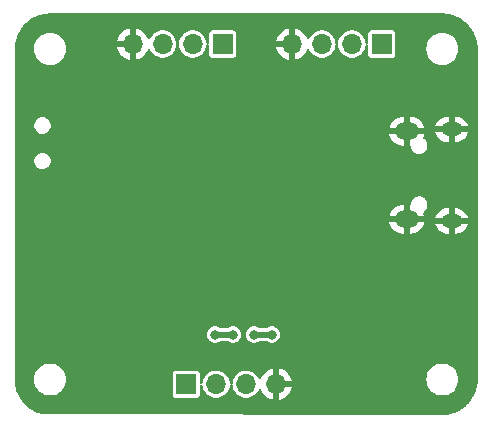
<source format=gbr>
%TF.GenerationSoftware,KiCad,Pcbnew,7.0.8*%
%TF.CreationDate,2025-06-01T22:45:16-07:00*%
%TF.ProjectId,ohm_project,6f686d5f-7072-46f6-9a65-63742e6b6963,rev?*%
%TF.SameCoordinates,Original*%
%TF.FileFunction,Copper,L2,Bot*%
%TF.FilePolarity,Positive*%
%FSLAX46Y46*%
G04 Gerber Fmt 4.6, Leading zero omitted, Abs format (unit mm)*
G04 Created by KiCad (PCBNEW 7.0.8) date 2025-06-01 22:45:16*
%MOMM*%
%LPD*%
G01*
G04 APERTURE LIST*
%TA.AperFunction,ComponentPad*%
%ADD10O,1.800000X1.150000*%
%TD*%
%TA.AperFunction,ComponentPad*%
%ADD11O,2.000000X1.450000*%
%TD*%
%TA.AperFunction,ComponentPad*%
%ADD12R,1.700000X1.700000*%
%TD*%
%TA.AperFunction,ComponentPad*%
%ADD13O,1.700000X1.700000*%
%TD*%
%TA.AperFunction,ViaPad*%
%ADD14C,0.800000*%
%TD*%
%TA.AperFunction,ViaPad*%
%ADD15C,0.700000*%
%TD*%
%TA.AperFunction,Conductor*%
%ADD16C,0.500000*%
%TD*%
G04 APERTURE END LIST*
D10*
%TO.P,U3,6,Shield*%
%TO.N,GND*%
X178995000Y-50625000D03*
D11*
X175195000Y-50775000D03*
X175195000Y-58225000D03*
D10*
X178995000Y-58375000D03*
%TD*%
D12*
%TO.P,J1,1,Pin_1*%
%TO.N,+3.3V*%
X173080000Y-43400000D03*
D13*
%TO.P,J1,2,Pin_2*%
%TO.N,/SWDIO*%
X170540000Y-43400000D03*
%TO.P,J1,3,Pin_3*%
%TO.N,/SWCLK*%
X168000000Y-43400000D03*
%TO.P,J1,4,Pin_4*%
%TO.N,GND*%
X165460000Y-43400000D03*
%TD*%
D12*
%TO.P,J3,1,Pin_1*%
%TO.N,+3.3V*%
X156520000Y-72200000D03*
D13*
%TO.P,J3,2,Pin_2*%
%TO.N,/I2C2_SCL*%
X159060000Y-72200000D03*
%TO.P,J3,3,Pin_3*%
%TO.N,/I2C2_SDA*%
X161600000Y-72200000D03*
%TO.P,J3,4,Pin_4*%
%TO.N,GND*%
X164140000Y-72200000D03*
%TD*%
D12*
%TO.P,J2,1,Pin_1*%
%TO.N,+3.3V*%
X159600000Y-43400000D03*
D13*
%TO.P,J2,2,Pin_2*%
%TO.N,/UART1_TX*%
X157060000Y-43400000D03*
%TO.P,J2,3,Pin_3*%
%TO.N,/UART1_RX*%
X154520000Y-43400000D03*
%TO.P,J2,4,Pin_4*%
%TO.N,GND*%
X151980000Y-43400000D03*
%TD*%
D14*
%TO.N,GND*%
X158400000Y-53700000D03*
D15*
X168000000Y-54000000D03*
D14*
X179000000Y-61200000D03*
X150000000Y-43400000D03*
X163000000Y-43400000D03*
X176800000Y-53200000D03*
X151200000Y-51400000D03*
X149600000Y-56400000D03*
X166000000Y-72750000D03*
X146500000Y-48250000D03*
X152750000Y-51500000D03*
X151500000Y-59500000D03*
X151500000Y-64250000D03*
%TO.N,+3.3V*%
X160469500Y-68000000D03*
X158970500Y-68000000D03*
X162250000Y-68000000D03*
X163749500Y-68000000D03*
%TO.N,GND*%
X172000000Y-65000000D03*
X173000000Y-65000000D03*
X171000000Y-61000000D03*
X159750000Y-62000000D03*
X171000000Y-59750000D03*
X162750000Y-58500000D03*
X153750000Y-54890500D03*
X157750000Y-56750000D03*
X155250000Y-50000000D03*
%TD*%
D16*
%TO.N,+3.3V*%
X160469500Y-68000000D02*
X158970500Y-68000000D01*
X163749500Y-68000000D02*
X162250000Y-68000000D01*
%TD*%
%TA.AperFunction,Conductor*%
%TO.N,GND*%
G36*
X178201619Y-40800584D02*
G01*
X178333628Y-40807503D01*
X178517027Y-40817803D01*
X178523212Y-40818465D01*
X178675647Y-40842608D01*
X178838194Y-40870226D01*
X178843811Y-40871453D01*
X178996693Y-40912418D01*
X179089122Y-40939046D01*
X179151724Y-40957082D01*
X179156759Y-40958769D01*
X179306183Y-41016127D01*
X179454007Y-41077358D01*
X179458412Y-41079388D01*
X179524180Y-41112899D01*
X179601921Y-41152511D01*
X179677428Y-41194241D01*
X179741480Y-41229641D01*
X179745215Y-41231882D01*
X179819487Y-41280115D01*
X179880872Y-41319980D01*
X179968357Y-41382053D01*
X180010764Y-41412142D01*
X180013886Y-41414510D01*
X180138748Y-41515621D01*
X180141034Y-41517567D01*
X180258721Y-41622738D01*
X180261248Y-41625128D01*
X180374870Y-41738750D01*
X180377260Y-41741277D01*
X180482431Y-41858964D01*
X180484385Y-41861260D01*
X180585480Y-41986102D01*
X180587862Y-41989243D01*
X180680019Y-42119127D01*
X180733758Y-42201875D01*
X180768106Y-42254767D01*
X180770364Y-42258531D01*
X180847488Y-42398078D01*
X180920604Y-42541575D01*
X180922643Y-42545997D01*
X180983877Y-42693829D01*
X181041221Y-42843217D01*
X181042916Y-42848273D01*
X181087579Y-43003297D01*
X181128541Y-43156171D01*
X181129778Y-43161835D01*
X181157394Y-43324369D01*
X181181530Y-43476758D01*
X181182196Y-43482985D01*
X181192509Y-43666617D01*
X181199415Y-43798377D01*
X181199500Y-43801623D01*
X181199500Y-71996280D01*
X181199062Y-72003638D01*
X181189102Y-72086990D01*
X181183653Y-72132593D01*
X181161060Y-72315837D01*
X181159981Y-72322005D01*
X181125701Y-72472726D01*
X181087230Y-72633496D01*
X181085619Y-72639065D01*
X181034481Y-72789164D01*
X180979469Y-72941253D01*
X180977441Y-72946186D01*
X180910150Y-73091727D01*
X180839030Y-73235533D01*
X180836702Y-73239809D01*
X180754052Y-73378382D01*
X180667591Y-73512839D01*
X180665077Y-73516458D01*
X180567987Y-73646175D01*
X180467136Y-73769956D01*
X180464550Y-73772932D01*
X180355140Y-73891026D01*
X180353039Y-73893186D01*
X180240011Y-74003873D01*
X180237458Y-74006236D01*
X180116253Y-74112291D01*
X180113572Y-74114507D01*
X179988854Y-74211847D01*
X179986434Y-74213644D01*
X179854881Y-74306396D01*
X179851589Y-74308564D01*
X179715507Y-74392097D01*
X179574040Y-74471113D01*
X179570120Y-74473123D01*
X179425393Y-74540963D01*
X179277053Y-74604498D01*
X179272505Y-74606238D01*
X179120560Y-74657628D01*
X178967363Y-74705009D01*
X178962204Y-74706365D01*
X178870080Y-74726379D01*
X178816800Y-74737955D01*
X178804156Y-74740701D01*
X178784150Y-74744658D01*
X178648602Y-74771462D01*
X178642868Y-74772320D01*
X178478353Y-74789114D01*
X178402947Y-74795958D01*
X178397261Y-74796211D01*
X144472070Y-74753431D01*
X144447631Y-74750967D01*
X144383331Y-74737955D01*
X144224054Y-74702768D01*
X144218739Y-74701344D01*
X144062993Y-74652113D01*
X143909820Y-74599474D01*
X143905103Y-74597634D01*
X143754656Y-74531768D01*
X143608883Y-74462318D01*
X143604787Y-74460176D01*
X143461652Y-74378383D01*
X143324812Y-74292932D01*
X143321361Y-74290612D01*
X143188528Y-74194643D01*
X143186270Y-74192931D01*
X143061091Y-74093388D01*
X143058234Y-74090972D01*
X142936299Y-73981377D01*
X142933922Y-73979124D01*
X142820873Y-73866075D01*
X142818621Y-73863699D01*
X142709026Y-73741764D01*
X142706610Y-73738907D01*
X142632869Y-73646175D01*
X142607055Y-73613712D01*
X142605366Y-73611485D01*
X142509378Y-73478625D01*
X142507066Y-73475186D01*
X142421612Y-73338340D01*
X142406172Y-73311321D01*
X142339821Y-73195210D01*
X142337698Y-73191151D01*
X142268235Y-73045353D01*
X142202355Y-72894874D01*
X142200532Y-72890199D01*
X142147886Y-72737006D01*
X142145525Y-72729537D01*
X142098649Y-72581246D01*
X142097229Y-72575943D01*
X142075554Y-72477828D01*
X142062055Y-72416721D01*
X142029952Y-72258089D01*
X142029063Y-72252266D01*
X142011847Y-72087053D01*
X141997109Y-71929334D01*
X141996844Y-71922977D01*
X141998046Y-71800000D01*
X143644341Y-71800000D01*
X143664936Y-72035403D01*
X143664938Y-72035413D01*
X143726094Y-72263655D01*
X143726096Y-72263659D01*
X143726097Y-72263663D01*
X143752887Y-72321113D01*
X143825964Y-72477828D01*
X143825965Y-72477830D01*
X143961505Y-72671402D01*
X144128597Y-72838494D01*
X144322169Y-72974034D01*
X144322171Y-72974035D01*
X144536337Y-73073903D01*
X144764592Y-73135063D01*
X144941034Y-73150500D01*
X145058966Y-73150500D01*
X145235408Y-73135063D01*
X145385464Y-73094856D01*
X155369500Y-73094856D01*
X155369502Y-73094882D01*
X155372413Y-73119987D01*
X155372415Y-73119991D01*
X155417793Y-73222764D01*
X155417794Y-73222765D01*
X155497235Y-73302206D01*
X155600009Y-73347585D01*
X155625135Y-73350500D01*
X157414864Y-73350499D01*
X157414879Y-73350497D01*
X157414882Y-73350497D01*
X157439987Y-73347586D01*
X157439988Y-73347585D01*
X157439991Y-73347585D01*
X157542765Y-73302206D01*
X157622206Y-73222765D01*
X157667585Y-73119991D01*
X157670500Y-73094865D01*
X157670499Y-72356046D01*
X157690183Y-72289009D01*
X157742987Y-72243254D01*
X157812146Y-72233310D01*
X157875702Y-72262335D01*
X157913476Y-72321113D01*
X157917970Y-72344606D01*
X157922854Y-72397308D01*
X157924244Y-72412310D01*
X157970802Y-72575943D01*
X157982596Y-72617392D01*
X157982596Y-72617394D01*
X158077632Y-72808253D01*
X158202826Y-72974035D01*
X158206128Y-72978407D01*
X158363698Y-73122052D01*
X158544981Y-73234298D01*
X158743802Y-73311321D01*
X158953390Y-73350500D01*
X158953392Y-73350500D01*
X159166608Y-73350500D01*
X159166610Y-73350500D01*
X159376198Y-73311321D01*
X159575019Y-73234298D01*
X159756302Y-73122052D01*
X159913872Y-72978407D01*
X160042366Y-72808255D01*
X160060850Y-72771134D01*
X160137403Y-72617394D01*
X160137403Y-72617393D01*
X160137405Y-72617389D01*
X160195756Y-72412310D01*
X160206529Y-72296047D01*
X160232315Y-72231111D01*
X160274622Y-72200804D01*
X160383130Y-72200804D01*
X160419503Y-72221668D01*
X160451693Y-72283681D01*
X160453470Y-72296047D01*
X160464244Y-72412310D01*
X160510802Y-72575943D01*
X160522596Y-72617392D01*
X160522596Y-72617394D01*
X160617632Y-72808253D01*
X160742826Y-72974035D01*
X160746128Y-72978407D01*
X160903698Y-73122052D01*
X161084981Y-73234298D01*
X161283802Y-73311321D01*
X161493390Y-73350500D01*
X161493392Y-73350500D01*
X161706608Y-73350500D01*
X161706610Y-73350500D01*
X161916198Y-73311321D01*
X162115019Y-73234298D01*
X162296302Y-73122052D01*
X162453872Y-72978407D01*
X162582366Y-72808255D01*
X162649325Y-72673781D01*
X162696825Y-72622548D01*
X162764488Y-72605126D01*
X162830828Y-72627051D01*
X162872705Y-72676651D01*
X162966399Y-72877578D01*
X163101894Y-73071082D01*
X163268917Y-73238105D01*
X163462421Y-73373600D01*
X163676507Y-73473429D01*
X163676516Y-73473433D01*
X163890000Y-73530634D01*
X163890000Y-72635501D01*
X163997685Y-72684680D01*
X164104237Y-72700000D01*
X164175763Y-72700000D01*
X164282315Y-72684680D01*
X164390000Y-72635501D01*
X164390000Y-73530633D01*
X164603483Y-73473433D01*
X164603492Y-73473429D01*
X164817578Y-73373600D01*
X165011082Y-73238105D01*
X165178105Y-73071082D01*
X165313600Y-72877578D01*
X165413429Y-72663492D01*
X165413432Y-72663486D01*
X165470636Y-72450000D01*
X164573686Y-72450000D01*
X164599493Y-72409844D01*
X164640000Y-72271889D01*
X164640000Y-72128111D01*
X164599493Y-71990156D01*
X164573686Y-71950000D01*
X165470636Y-71950000D01*
X165470635Y-71949999D01*
X165430443Y-71800000D01*
X176844341Y-71800000D01*
X176864936Y-72035403D01*
X176864938Y-72035413D01*
X176926094Y-72263655D01*
X176926096Y-72263659D01*
X176926097Y-72263663D01*
X176952887Y-72321113D01*
X177025964Y-72477828D01*
X177025965Y-72477830D01*
X177161505Y-72671402D01*
X177328597Y-72838494D01*
X177522169Y-72974034D01*
X177522171Y-72974035D01*
X177736337Y-73073903D01*
X177964592Y-73135063D01*
X178141034Y-73150500D01*
X178258966Y-73150500D01*
X178435408Y-73135063D01*
X178663663Y-73073903D01*
X178877829Y-72974035D01*
X179071401Y-72838495D01*
X179238495Y-72671401D01*
X179374035Y-72477830D01*
X179473903Y-72263663D01*
X179535063Y-72035408D01*
X179555659Y-71800000D01*
X179553447Y-71774723D01*
X179538170Y-71600103D01*
X179535063Y-71564592D01*
X179473903Y-71336337D01*
X179374035Y-71122171D01*
X179374034Y-71122169D01*
X179238494Y-70928597D01*
X179071402Y-70761505D01*
X178877830Y-70625965D01*
X178877828Y-70625964D01*
X178770746Y-70576031D01*
X178663663Y-70526097D01*
X178663659Y-70526096D01*
X178663655Y-70526094D01*
X178435413Y-70464938D01*
X178435403Y-70464936D01*
X178258966Y-70449500D01*
X178141034Y-70449500D01*
X177964596Y-70464936D01*
X177964586Y-70464938D01*
X177736344Y-70526094D01*
X177736335Y-70526098D01*
X177522171Y-70625964D01*
X177522169Y-70625965D01*
X177328597Y-70761505D01*
X177161506Y-70928597D01*
X177161501Y-70928604D01*
X177025967Y-71122165D01*
X177025965Y-71122169D01*
X176926098Y-71336335D01*
X176926094Y-71336344D01*
X176864938Y-71564586D01*
X176864936Y-71564596D01*
X176844341Y-71799999D01*
X176844341Y-71800000D01*
X165430443Y-71800000D01*
X165413432Y-71736513D01*
X165413429Y-71736507D01*
X165313600Y-71522422D01*
X165313599Y-71522420D01*
X165178113Y-71328926D01*
X165178108Y-71328920D01*
X165011082Y-71161894D01*
X164817578Y-71026399D01*
X164603492Y-70926570D01*
X164603486Y-70926567D01*
X164390000Y-70869364D01*
X164390000Y-71764498D01*
X164282315Y-71715320D01*
X164175763Y-71700000D01*
X164104237Y-71700000D01*
X163997685Y-71715320D01*
X163890000Y-71764498D01*
X163890000Y-70869364D01*
X163889999Y-70869364D01*
X163676513Y-70926567D01*
X163676507Y-70926570D01*
X163462422Y-71026399D01*
X163462420Y-71026400D01*
X163268926Y-71161886D01*
X163268920Y-71161891D01*
X163101891Y-71328920D01*
X163101886Y-71328926D01*
X162966400Y-71522420D01*
X162966399Y-71522422D01*
X162872705Y-71723348D01*
X162826532Y-71775787D01*
X162759339Y-71794939D01*
X162692457Y-71774723D01*
X162649324Y-71726216D01*
X162582366Y-71591745D01*
X162561856Y-71564586D01*
X162453872Y-71421593D01*
X162296302Y-71277948D01*
X162115019Y-71165702D01*
X162115017Y-71165701D01*
X162015608Y-71127190D01*
X161916198Y-71088679D01*
X161706610Y-71049500D01*
X161493390Y-71049500D01*
X161283802Y-71088679D01*
X161283799Y-71088679D01*
X161283799Y-71088680D01*
X161084982Y-71165701D01*
X161084980Y-71165702D01*
X160903699Y-71277947D01*
X160746127Y-71421593D01*
X160617632Y-71591746D01*
X160522596Y-71782605D01*
X160522596Y-71782607D01*
X160464244Y-71987689D01*
X160453471Y-72103951D01*
X160427685Y-72168888D01*
X160383130Y-72200804D01*
X160274622Y-72200804D01*
X160276869Y-72199194D01*
X160240497Y-72178331D01*
X160208307Y-72116318D01*
X160206529Y-72103951D01*
X160203175Y-72067759D01*
X160195756Y-71987690D01*
X160137405Y-71782611D01*
X160137403Y-71782606D01*
X160137403Y-71782605D01*
X160042367Y-71591746D01*
X159913872Y-71421593D01*
X159756302Y-71277948D01*
X159575019Y-71165702D01*
X159575017Y-71165701D01*
X159475608Y-71127190D01*
X159376198Y-71088679D01*
X159166610Y-71049500D01*
X158953390Y-71049500D01*
X158743802Y-71088679D01*
X158743799Y-71088679D01*
X158743799Y-71088680D01*
X158544982Y-71165701D01*
X158544980Y-71165702D01*
X158363699Y-71277947D01*
X158206127Y-71421593D01*
X158077632Y-71591746D01*
X157982596Y-71782605D01*
X157982596Y-71782607D01*
X157924244Y-71987689D01*
X157917970Y-72055394D01*
X157892183Y-72120331D01*
X157835383Y-72161018D01*
X157765602Y-72164538D01*
X157704995Y-72129772D01*
X157672806Y-72067759D01*
X157670499Y-72043952D01*
X157670499Y-71305143D01*
X157670499Y-71305136D01*
X157670497Y-71305117D01*
X157667586Y-71280012D01*
X157667585Y-71280010D01*
X157667585Y-71280009D01*
X157622206Y-71177235D01*
X157542765Y-71097794D01*
X157522124Y-71088680D01*
X157439992Y-71052415D01*
X157414865Y-71049500D01*
X155625143Y-71049500D01*
X155625117Y-71049502D01*
X155600012Y-71052413D01*
X155600008Y-71052415D01*
X155497235Y-71097793D01*
X155417794Y-71177234D01*
X155372415Y-71280006D01*
X155372415Y-71280008D01*
X155369500Y-71305131D01*
X155369500Y-73094856D01*
X145385464Y-73094856D01*
X145463663Y-73073903D01*
X145677829Y-72974035D01*
X145871401Y-72838495D01*
X146038495Y-72671401D01*
X146174035Y-72477830D01*
X146273903Y-72263663D01*
X146335063Y-72035408D01*
X146355659Y-71800000D01*
X146353447Y-71774723D01*
X146338170Y-71600103D01*
X146335063Y-71564592D01*
X146273903Y-71336337D01*
X146174035Y-71122171D01*
X146174034Y-71122169D01*
X146038494Y-70928597D01*
X145871402Y-70761505D01*
X145677830Y-70625965D01*
X145677828Y-70625964D01*
X145570746Y-70576031D01*
X145463663Y-70526097D01*
X145463659Y-70526096D01*
X145463655Y-70526094D01*
X145235413Y-70464938D01*
X145235403Y-70464936D01*
X145058966Y-70449500D01*
X144941034Y-70449500D01*
X144764596Y-70464936D01*
X144764586Y-70464938D01*
X144536344Y-70526094D01*
X144536335Y-70526098D01*
X144322171Y-70625964D01*
X144322169Y-70625965D01*
X144128597Y-70761505D01*
X143961506Y-70928597D01*
X143961501Y-70928604D01*
X143825967Y-71122165D01*
X143825965Y-71122169D01*
X143726098Y-71336335D01*
X143726094Y-71336344D01*
X143664938Y-71564586D01*
X143664936Y-71564596D01*
X143644341Y-71799999D01*
X143644341Y-71800000D01*
X141998046Y-71800000D01*
X141998625Y-71740708D01*
X142000316Y-71613700D01*
X142000500Y-71612220D01*
X142000500Y-71602072D01*
X142000636Y-71597972D01*
X142002350Y-71572087D01*
X142001617Y-71570444D01*
X142000500Y-71553840D01*
X142000500Y-68000000D01*
X158264855Y-68000000D01*
X158285359Y-68168869D01*
X158285360Y-68168874D01*
X158345682Y-68327931D01*
X158407975Y-68418177D01*
X158442317Y-68467929D01*
X158535521Y-68550500D01*
X158569650Y-68580736D01*
X158720273Y-68659789D01*
X158720275Y-68659790D01*
X158885444Y-68700500D01*
X159055556Y-68700500D01*
X159220725Y-68659790D01*
X159310047Y-68612909D01*
X159371345Y-68580738D01*
X159371346Y-68580736D01*
X159371352Y-68580734D01*
X159371356Y-68580730D01*
X159377520Y-68576476D01*
X159378460Y-68577839D01*
X159433511Y-68551963D01*
X159452506Y-68550500D01*
X159987494Y-68550500D01*
X160054533Y-68570185D01*
X160066574Y-68579302D01*
X160068654Y-68580738D01*
X160219273Y-68659789D01*
X160219275Y-68659790D01*
X160384444Y-68700500D01*
X160554556Y-68700500D01*
X160719725Y-68659790D01*
X160799192Y-68618081D01*
X160870349Y-68580736D01*
X160870350Y-68580734D01*
X160870352Y-68580734D01*
X160997683Y-68467929D01*
X161094318Y-68327930D01*
X161154640Y-68168872D01*
X161175145Y-68000000D01*
X161544355Y-68000000D01*
X161564859Y-68168869D01*
X161564860Y-68168874D01*
X161625182Y-68327931D01*
X161687475Y-68418177D01*
X161721817Y-68467929D01*
X161815021Y-68550500D01*
X161849150Y-68580736D01*
X161999773Y-68659789D01*
X161999775Y-68659790D01*
X162164944Y-68700500D01*
X162335056Y-68700500D01*
X162500225Y-68659790D01*
X162589547Y-68612909D01*
X162650845Y-68580738D01*
X162650846Y-68580736D01*
X162650852Y-68580734D01*
X162650856Y-68580730D01*
X162657020Y-68576476D01*
X162657960Y-68577839D01*
X162713011Y-68551963D01*
X162732006Y-68550500D01*
X163267494Y-68550500D01*
X163334533Y-68570185D01*
X163346574Y-68579302D01*
X163348654Y-68580738D01*
X163499273Y-68659789D01*
X163499275Y-68659790D01*
X163664444Y-68700500D01*
X163834556Y-68700500D01*
X163999725Y-68659790D01*
X164079192Y-68618081D01*
X164150349Y-68580736D01*
X164150350Y-68580734D01*
X164150352Y-68580734D01*
X164277683Y-68467929D01*
X164374318Y-68327930D01*
X164434640Y-68168872D01*
X164455145Y-68000000D01*
X164434640Y-67831128D01*
X164374318Y-67672070D01*
X164277683Y-67532071D01*
X164182816Y-67448026D01*
X164150349Y-67419263D01*
X163999726Y-67340210D01*
X163834556Y-67299500D01*
X163664444Y-67299500D01*
X163499273Y-67340210D01*
X163348654Y-67419261D01*
X163342480Y-67423524D01*
X163341539Y-67422160D01*
X163286489Y-67448037D01*
X163267494Y-67449500D01*
X162732006Y-67449500D01*
X162664967Y-67429815D01*
X162652925Y-67420697D01*
X162650845Y-67419261D01*
X162500226Y-67340210D01*
X162335056Y-67299500D01*
X162164944Y-67299500D01*
X161999773Y-67340210D01*
X161849150Y-67419263D01*
X161721816Y-67532072D01*
X161625182Y-67672068D01*
X161564860Y-67831125D01*
X161564859Y-67831130D01*
X161544355Y-68000000D01*
X161175145Y-68000000D01*
X161154640Y-67831128D01*
X161094318Y-67672070D01*
X160997683Y-67532071D01*
X160902816Y-67448026D01*
X160870349Y-67419263D01*
X160719726Y-67340210D01*
X160554556Y-67299500D01*
X160384444Y-67299500D01*
X160219273Y-67340210D01*
X160068654Y-67419261D01*
X160062480Y-67423524D01*
X160061539Y-67422160D01*
X160006489Y-67448037D01*
X159987494Y-67449500D01*
X159452506Y-67449500D01*
X159385467Y-67429815D01*
X159373425Y-67420697D01*
X159371345Y-67419261D01*
X159220726Y-67340210D01*
X159055556Y-67299500D01*
X158885444Y-67299500D01*
X158720273Y-67340210D01*
X158569650Y-67419263D01*
X158442316Y-67532072D01*
X158345682Y-67672068D01*
X158285360Y-67831125D01*
X158285359Y-67831130D01*
X158264855Y-68000000D01*
X142000500Y-68000000D01*
X142000500Y-58475000D01*
X173717678Y-58475000D01*
X173720887Y-58498693D01*
X173789025Y-58708401D01*
X173893514Y-58902573D01*
X173893516Y-58902576D01*
X174030995Y-59074970D01*
X174197052Y-59220050D01*
X174197054Y-59220052D01*
X174386337Y-59333144D01*
X174386345Y-59333148D01*
X174592787Y-59410627D01*
X174809744Y-59450000D01*
X174945000Y-59450000D01*
X174945000Y-58650000D01*
X175445000Y-58650000D01*
X175445000Y-59450000D01*
X175525004Y-59450000D01*
X175525006Y-59449999D01*
X175689617Y-59435185D01*
X175902162Y-59376527D01*
X175902177Y-59376521D01*
X176100834Y-59280853D01*
X176100841Y-59280849D01*
X176279226Y-59151245D01*
X176279234Y-59151239D01*
X176431612Y-58991863D01*
X176553090Y-58807833D01*
X176639750Y-58605083D01*
X176639753Y-58605072D01*
X176669442Y-58475000D01*
X175819607Y-58475000D01*
X175879238Y-58357969D01*
X175900298Y-58225000D01*
X175884460Y-58125000D01*
X177619889Y-58125000D01*
X178549163Y-58125000D01*
X178471736Y-58176736D01*
X178410955Y-58267700D01*
X178389612Y-58375000D01*
X178410955Y-58482300D01*
X178471736Y-58573264D01*
X178549163Y-58625000D01*
X177624468Y-58625000D01*
X177649503Y-58728195D01*
X177734787Y-58914943D01*
X177734789Y-58914947D01*
X177853870Y-59082173D01*
X177853875Y-59082179D01*
X178002456Y-59223851D01*
X178175165Y-59334844D01*
X178365761Y-59411147D01*
X178567349Y-59450000D01*
X178745000Y-59450000D01*
X178745000Y-58650000D01*
X179245000Y-58650000D01*
X179245000Y-59450000D01*
X179371205Y-59450000D01*
X179524370Y-59435374D01*
X179524374Y-59435373D01*
X179721351Y-59377536D01*
X179903837Y-59283458D01*
X180065206Y-59156555D01*
X180065209Y-59156551D01*
X180199654Y-59001395D01*
X180302300Y-58823606D01*
X180369449Y-58629595D01*
X180370111Y-58625000D01*
X179440837Y-58625000D01*
X179518264Y-58573264D01*
X179579045Y-58482300D01*
X179600388Y-58375000D01*
X179579045Y-58267700D01*
X179518264Y-58176736D01*
X179440837Y-58125000D01*
X180365532Y-58125000D01*
X180365531Y-58124999D01*
X180340496Y-58021804D01*
X180255212Y-57835056D01*
X180255210Y-57835052D01*
X180136129Y-57667826D01*
X180136124Y-57667820D01*
X179987543Y-57526148D01*
X179814834Y-57415155D01*
X179624238Y-57338852D01*
X179422651Y-57300000D01*
X179245000Y-57300000D01*
X179245000Y-58100000D01*
X178745000Y-58100000D01*
X178745000Y-57300000D01*
X178618795Y-57300000D01*
X178465629Y-57314625D01*
X178465625Y-57314626D01*
X178268648Y-57372463D01*
X178086162Y-57466541D01*
X177924793Y-57593444D01*
X177924790Y-57593448D01*
X177790345Y-57748604D01*
X177687699Y-57926393D01*
X177620550Y-58120404D01*
X177619889Y-58125000D01*
X175884460Y-58125000D01*
X175879238Y-58092031D01*
X175819607Y-57975000D01*
X176672322Y-57975000D01*
X176672322Y-57974999D01*
X176669112Y-57951306D01*
X176600975Y-57741601D01*
X176598788Y-57736485D01*
X176600720Y-57735659D01*
X176588174Y-57676307D01*
X176612976Y-57610987D01*
X176641369Y-57583828D01*
X176645845Y-57580737D01*
X176645852Y-57580734D01*
X176675002Y-57554908D01*
X176680871Y-57550310D01*
X176712929Y-57528183D01*
X176738748Y-57499037D01*
X176744037Y-57493748D01*
X176773183Y-57467929D01*
X176795310Y-57435871D01*
X176799908Y-57430002D01*
X176825734Y-57400852D01*
X176843825Y-57366379D01*
X176847693Y-57359981D01*
X176869818Y-57327930D01*
X176883630Y-57291507D01*
X176886691Y-57284707D01*
X176904790Y-57250225D01*
X176914106Y-57212427D01*
X176916335Y-57205271D01*
X176930140Y-57168872D01*
X176934834Y-57130206D01*
X176936177Y-57122875D01*
X176945500Y-57085056D01*
X176945500Y-57046126D01*
X176945952Y-57038646D01*
X176950645Y-57000000D01*
X176945951Y-56961347D01*
X176945500Y-56953872D01*
X176945500Y-56914943D01*
X176936183Y-56877147D01*
X176934832Y-56869773D01*
X176930140Y-56831130D01*
X176930140Y-56831128D01*
X176916329Y-56794712D01*
X176914110Y-56787590D01*
X176904790Y-56749775D01*
X176886687Y-56715283D01*
X176883627Y-56708484D01*
X176869818Y-56672070D01*
X176847694Y-56640018D01*
X176843823Y-56633614D01*
X176825736Y-56599151D01*
X176825732Y-56599145D01*
X176811150Y-56582685D01*
X176799916Y-56570005D01*
X176795299Y-56564111D01*
X176773185Y-56532073D01*
X176773183Y-56532071D01*
X176744037Y-56506250D01*
X176738743Y-56500955D01*
X176712933Y-56471821D01*
X176712930Y-56471819D01*
X176712929Y-56471817D01*
X176712925Y-56471814D01*
X176680882Y-56449695D01*
X176674986Y-56445075D01*
X176645851Y-56419265D01*
X176645848Y-56419263D01*
X176611387Y-56401177D01*
X176604974Y-56397300D01*
X176572933Y-56375183D01*
X176572931Y-56375182D01*
X176536524Y-56361374D01*
X176529693Y-56358299D01*
X176495226Y-56340210D01*
X176495221Y-56340209D01*
X176493601Y-56339809D01*
X176457424Y-56330892D01*
X176450276Y-56328665D01*
X176413876Y-56314861D01*
X176413869Y-56314859D01*
X176375223Y-56310166D01*
X176367855Y-56308816D01*
X176330058Y-56299500D01*
X176330056Y-56299500D01*
X176159944Y-56299500D01*
X176149363Y-56302107D01*
X176122143Y-56308816D01*
X176114776Y-56310166D01*
X176076126Y-56314860D01*
X176039725Y-56328664D01*
X176032576Y-56330891D01*
X175994775Y-56340210D01*
X175994770Y-56340212D01*
X175960296Y-56358303D01*
X175953467Y-56361377D01*
X175917071Y-56375180D01*
X175917069Y-56375181D01*
X175885027Y-56397299D01*
X175878617Y-56401174D01*
X175844149Y-56419265D01*
X175815005Y-56445082D01*
X175809110Y-56449700D01*
X175777072Y-56471815D01*
X175777071Y-56471816D01*
X175751253Y-56500957D01*
X175745957Y-56506253D01*
X175716816Y-56532071D01*
X175716815Y-56532072D01*
X175694700Y-56564110D01*
X175690082Y-56570005D01*
X175664265Y-56599149D01*
X175646174Y-56633617D01*
X175642299Y-56640027D01*
X175620181Y-56672069D01*
X175620180Y-56672071D01*
X175606377Y-56708467D01*
X175603303Y-56715296D01*
X175585212Y-56749770D01*
X175585210Y-56749775D01*
X175575891Y-56787576D01*
X175573664Y-56794725D01*
X175559860Y-56831127D01*
X175555166Y-56869775D01*
X175553816Y-56877141D01*
X175546786Y-56905669D01*
X175511633Y-56966051D01*
X175449415Y-56997843D01*
X175446923Y-56998076D01*
X175445000Y-57000000D01*
X175445000Y-57800000D01*
X174945000Y-57800000D01*
X174945000Y-57000000D01*
X174864993Y-57000000D01*
X174700382Y-57014814D01*
X174487837Y-57073472D01*
X174487822Y-57073478D01*
X174289165Y-57169146D01*
X174289158Y-57169150D01*
X174110773Y-57298754D01*
X174110765Y-57298760D01*
X173958387Y-57458136D01*
X173836909Y-57642166D01*
X173750249Y-57844916D01*
X173750246Y-57844927D01*
X173720557Y-57974999D01*
X173720558Y-57975000D01*
X174570393Y-57975000D01*
X174510762Y-58092031D01*
X174489702Y-58225000D01*
X174510762Y-58357969D01*
X174570393Y-58475000D01*
X173717678Y-58475000D01*
X142000500Y-58475000D01*
X142000500Y-53385055D01*
X143644500Y-53385055D01*
X143685210Y-53550226D01*
X143764263Y-53700849D01*
X143764266Y-53700852D01*
X143877071Y-53828183D01*
X143967318Y-53890476D01*
X144017068Y-53924817D01*
X144017069Y-53924817D01*
X144017070Y-53924818D01*
X144176128Y-53985140D01*
X144252028Y-53994356D01*
X144302626Y-54000500D01*
X144302628Y-54000500D01*
X144387374Y-54000500D01*
X144429538Y-53995380D01*
X144513872Y-53985140D01*
X144672930Y-53924818D01*
X144812929Y-53828183D01*
X144925734Y-53700852D01*
X145004790Y-53550225D01*
X145045500Y-53385056D01*
X145045500Y-53214944D01*
X145004790Y-53049775D01*
X145004789Y-53049773D01*
X144925736Y-52899150D01*
X144906560Y-52877505D01*
X144812929Y-52771817D01*
X144763177Y-52737475D01*
X144672931Y-52675182D01*
X144513874Y-52614860D01*
X144513868Y-52614859D01*
X144387374Y-52599500D01*
X144387372Y-52599500D01*
X144302628Y-52599500D01*
X144302626Y-52599500D01*
X144176131Y-52614859D01*
X144176125Y-52614860D01*
X144017068Y-52675182D01*
X143877072Y-52771816D01*
X143764263Y-52899150D01*
X143685210Y-53049773D01*
X143644500Y-53214944D01*
X143644500Y-53385055D01*
X142000500Y-53385055D01*
X142000500Y-51025000D01*
X173717678Y-51025000D01*
X173720887Y-51048693D01*
X173789025Y-51258401D01*
X173893514Y-51452573D01*
X173893516Y-51452576D01*
X174030995Y-51624970D01*
X174197052Y-51770050D01*
X174197054Y-51770052D01*
X174386337Y-51883144D01*
X174386345Y-51883148D01*
X174592787Y-51960627D01*
X174809744Y-52000000D01*
X174945000Y-52000000D01*
X174945000Y-51200000D01*
X175445000Y-51200000D01*
X175445000Y-52000000D01*
X175452736Y-52007736D01*
X175493427Y-52019685D01*
X175539182Y-52072489D01*
X175546786Y-52094330D01*
X175553816Y-52122857D01*
X175555166Y-52130224D01*
X175559859Y-52168869D01*
X175559861Y-52168876D01*
X175573665Y-52205276D01*
X175575894Y-52212429D01*
X175585209Y-52250221D01*
X175585210Y-52250226D01*
X175603299Y-52284693D01*
X175606374Y-52291524D01*
X175620182Y-52327931D01*
X175620183Y-52327933D01*
X175642300Y-52359974D01*
X175646177Y-52366387D01*
X175664263Y-52400848D01*
X175664265Y-52400851D01*
X175690075Y-52429986D01*
X175694695Y-52435882D01*
X175694701Y-52435890D01*
X175716816Y-52467928D01*
X175716821Y-52467933D01*
X175745955Y-52493743D01*
X175751250Y-52499037D01*
X175777069Y-52528181D01*
X175777073Y-52528185D01*
X175809111Y-52550299D01*
X175815005Y-52554916D01*
X175827685Y-52566150D01*
X175844145Y-52580732D01*
X175844151Y-52580736D01*
X175878614Y-52598823D01*
X175885018Y-52602694D01*
X175917070Y-52624818D01*
X175953484Y-52638627D01*
X175960283Y-52641687D01*
X175994775Y-52659790D01*
X175994777Y-52659790D01*
X175994778Y-52659791D01*
X176001914Y-52661549D01*
X176032590Y-52669110D01*
X176039712Y-52671329D01*
X176076128Y-52685140D01*
X176095572Y-52687500D01*
X176114773Y-52689832D01*
X176122140Y-52691181D01*
X176146369Y-52697153D01*
X176159943Y-52700500D01*
X176159944Y-52700500D01*
X176330058Y-52700500D01*
X176339590Y-52698149D01*
X176367875Y-52691177D01*
X176375206Y-52689834D01*
X176413872Y-52685140D01*
X176450277Y-52671333D01*
X176457427Y-52669106D01*
X176468744Y-52666316D01*
X176495225Y-52659790D01*
X176529707Y-52641691D01*
X176536507Y-52638630D01*
X176572930Y-52624818D01*
X176604981Y-52602693D01*
X176611379Y-52598825D01*
X176645852Y-52580734D01*
X176675002Y-52554908D01*
X176680871Y-52550310D01*
X176712929Y-52528183D01*
X176738748Y-52499037D01*
X176744037Y-52493748D01*
X176773183Y-52467929D01*
X176795310Y-52435871D01*
X176799908Y-52430002D01*
X176825734Y-52400852D01*
X176843825Y-52366379D01*
X176847693Y-52359981D01*
X176869818Y-52327930D01*
X176883630Y-52291507D01*
X176886691Y-52284707D01*
X176904790Y-52250225D01*
X176911316Y-52223744D01*
X176914106Y-52212427D01*
X176916333Y-52205277D01*
X176930140Y-52168872D01*
X176934834Y-52130206D01*
X176936177Y-52122875D01*
X176945500Y-52085056D01*
X176945500Y-52046126D01*
X176945952Y-52038646D01*
X176950645Y-52000000D01*
X176945951Y-51961347D01*
X176945500Y-51953872D01*
X176945500Y-51914943D01*
X176942153Y-51901369D01*
X176936181Y-51877140D01*
X176934832Y-51869773D01*
X176930140Y-51831130D01*
X176930140Y-51831128D01*
X176916329Y-51794712D01*
X176914110Y-51787590D01*
X176904790Y-51749775D01*
X176886687Y-51715283D01*
X176883627Y-51708484D01*
X176869818Y-51672070D01*
X176847694Y-51640018D01*
X176843823Y-51633614D01*
X176825736Y-51599151D01*
X176825732Y-51599145D01*
X176811150Y-51582685D01*
X176799916Y-51570005D01*
X176795299Y-51564111D01*
X176773185Y-51532073D01*
X176773183Y-51532071D01*
X176744037Y-51506250D01*
X176738743Y-51500955D01*
X176712933Y-51471821D01*
X176712930Y-51471819D01*
X176712929Y-51471817D01*
X176712925Y-51471814D01*
X176680882Y-51449695D01*
X176674986Y-51445075D01*
X176645851Y-51419265D01*
X176639680Y-51415006D01*
X176641157Y-51412864D01*
X176599839Y-51372893D01*
X176583858Y-51304875D01*
X176593651Y-51262935D01*
X176639751Y-51155078D01*
X176639753Y-51155072D01*
X176669442Y-51025000D01*
X175819607Y-51025000D01*
X175879238Y-50907969D01*
X175900298Y-50775000D01*
X175879238Y-50642031D01*
X175819607Y-50525000D01*
X176672322Y-50525000D01*
X176672322Y-50524999D01*
X176669112Y-50501306D01*
X176628073Y-50375000D01*
X177619889Y-50375000D01*
X178549163Y-50375000D01*
X178471736Y-50426736D01*
X178410955Y-50517700D01*
X178389612Y-50625000D01*
X178410955Y-50732300D01*
X178471736Y-50823264D01*
X178549163Y-50875000D01*
X177624468Y-50875000D01*
X177649503Y-50978195D01*
X177734787Y-51164943D01*
X177734789Y-51164947D01*
X177853870Y-51332173D01*
X177853875Y-51332179D01*
X178002456Y-51473851D01*
X178175165Y-51584844D01*
X178365761Y-51661147D01*
X178567349Y-51700000D01*
X178745000Y-51700000D01*
X178745000Y-50900000D01*
X179245000Y-50900000D01*
X179245000Y-51700000D01*
X179371205Y-51700000D01*
X179524370Y-51685374D01*
X179524374Y-51685373D01*
X179721351Y-51627536D01*
X179903837Y-51533458D01*
X180065206Y-51406555D01*
X180065209Y-51406551D01*
X180199654Y-51251395D01*
X180302300Y-51073606D01*
X180369449Y-50879595D01*
X180370111Y-50875000D01*
X179440837Y-50875000D01*
X179518264Y-50823264D01*
X179579045Y-50732300D01*
X179600388Y-50625000D01*
X179579045Y-50517700D01*
X179518264Y-50426736D01*
X179440837Y-50375000D01*
X180365532Y-50375000D01*
X180365531Y-50374999D01*
X180340496Y-50271804D01*
X180255212Y-50085056D01*
X180255210Y-50085052D01*
X180136129Y-49917826D01*
X180136124Y-49917820D01*
X179987543Y-49776148D01*
X179814834Y-49665155D01*
X179624238Y-49588852D01*
X179422651Y-49550000D01*
X179245000Y-49550000D01*
X179245000Y-50350000D01*
X178745000Y-50350000D01*
X178745000Y-49550000D01*
X178618795Y-49550000D01*
X178465629Y-49564625D01*
X178465625Y-49564626D01*
X178268648Y-49622463D01*
X178086162Y-49716541D01*
X177924793Y-49843444D01*
X177924790Y-49843448D01*
X177790345Y-49998604D01*
X177687699Y-50176393D01*
X177620550Y-50370404D01*
X177619889Y-50375000D01*
X176628073Y-50375000D01*
X176600974Y-50291598D01*
X176496485Y-50097426D01*
X176496483Y-50097423D01*
X176359004Y-49925029D01*
X176192947Y-49779949D01*
X176192945Y-49779947D01*
X176003662Y-49666855D01*
X176003654Y-49666851D01*
X175797212Y-49589372D01*
X175580256Y-49550000D01*
X175445000Y-49550000D01*
X175445000Y-50350000D01*
X174945000Y-50350000D01*
X174945000Y-49550000D01*
X174864993Y-49550000D01*
X174700382Y-49564814D01*
X174487837Y-49623472D01*
X174487822Y-49623478D01*
X174289165Y-49719146D01*
X174289158Y-49719150D01*
X174110773Y-49848754D01*
X174110765Y-49848760D01*
X173958387Y-50008136D01*
X173836909Y-50192166D01*
X173750249Y-50394916D01*
X173750246Y-50394927D01*
X173720557Y-50524999D01*
X173720558Y-50525000D01*
X174570393Y-50525000D01*
X174510762Y-50642031D01*
X174489702Y-50775000D01*
X174510762Y-50907969D01*
X174570393Y-51025000D01*
X173717678Y-51025000D01*
X142000500Y-51025000D01*
X142000500Y-50385055D01*
X143644500Y-50385055D01*
X143685210Y-50550226D01*
X143764263Y-50700849D01*
X143764266Y-50700852D01*
X143877071Y-50828183D01*
X143944897Y-50875000D01*
X144017068Y-50924817D01*
X144017069Y-50924817D01*
X144017070Y-50924818D01*
X144176128Y-50985140D01*
X144252028Y-50994356D01*
X144302626Y-51000500D01*
X144302628Y-51000500D01*
X144387374Y-51000500D01*
X144429538Y-50995380D01*
X144513872Y-50985140D01*
X144672930Y-50924818D01*
X144812929Y-50828183D01*
X144925734Y-50700852D01*
X145004790Y-50550225D01*
X145045500Y-50385056D01*
X145045500Y-50214944D01*
X145004790Y-50049775D01*
X144939318Y-49925029D01*
X144925736Y-49899150D01*
X144876388Y-49843448D01*
X144812929Y-49771817D01*
X144736628Y-49719150D01*
X144672931Y-49675182D01*
X144513874Y-49614860D01*
X144513868Y-49614859D01*
X144387374Y-49599500D01*
X144387372Y-49599500D01*
X144302628Y-49599500D01*
X144302626Y-49599500D01*
X144176131Y-49614859D01*
X144176125Y-49614860D01*
X144017068Y-49675182D01*
X143877072Y-49771816D01*
X143877071Y-49771817D01*
X143869867Y-49779949D01*
X143764263Y-49899150D01*
X143685210Y-50049773D01*
X143644500Y-50214944D01*
X143644500Y-50385055D01*
X142000500Y-50385055D01*
X142000500Y-43801622D01*
X142000542Y-43800000D01*
X143644341Y-43800000D01*
X143664936Y-44035403D01*
X143664938Y-44035413D01*
X143726094Y-44263655D01*
X143726096Y-44263659D01*
X143726097Y-44263663D01*
X143776031Y-44370746D01*
X143825964Y-44477828D01*
X143825965Y-44477830D01*
X143961505Y-44671402D01*
X144128597Y-44838494D01*
X144322169Y-44974034D01*
X144322171Y-44974035D01*
X144536337Y-45073903D01*
X144764592Y-45135063D01*
X144941034Y-45150500D01*
X145058966Y-45150500D01*
X145235408Y-45135063D01*
X145463663Y-45073903D01*
X145677829Y-44974035D01*
X145871401Y-44838495D01*
X146038495Y-44671401D01*
X146174035Y-44477830D01*
X146273903Y-44263663D01*
X146335063Y-44035408D01*
X146355659Y-43800000D01*
X146342535Y-43650000D01*
X150649364Y-43650000D01*
X150706567Y-43863486D01*
X150706570Y-43863492D01*
X150806399Y-44077578D01*
X150941894Y-44271082D01*
X151108917Y-44438105D01*
X151302421Y-44573600D01*
X151516507Y-44673429D01*
X151516516Y-44673433D01*
X151730000Y-44730634D01*
X151730000Y-43835501D01*
X151837685Y-43884680D01*
X151944237Y-43900000D01*
X152015763Y-43900000D01*
X152122315Y-43884680D01*
X152230000Y-43835501D01*
X152230000Y-44730633D01*
X152443483Y-44673433D01*
X152443492Y-44673429D01*
X152657578Y-44573600D01*
X152851082Y-44438105D01*
X153018105Y-44271082D01*
X153153600Y-44077578D01*
X153247294Y-43876651D01*
X153293466Y-43824212D01*
X153360660Y-43805060D01*
X153427541Y-43825276D01*
X153470676Y-43873785D01*
X153537632Y-44008253D01*
X153666127Y-44178406D01*
X153666128Y-44178407D01*
X153823698Y-44322052D01*
X154004981Y-44434298D01*
X154203802Y-44511321D01*
X154413390Y-44550500D01*
X154413392Y-44550500D01*
X154626608Y-44550500D01*
X154626610Y-44550500D01*
X154836198Y-44511321D01*
X155035019Y-44434298D01*
X155216302Y-44322052D01*
X155373872Y-44178407D01*
X155502366Y-44008255D01*
X155556270Y-43900000D01*
X155597403Y-43817394D01*
X155597403Y-43817393D01*
X155597405Y-43817389D01*
X155655756Y-43612310D01*
X155666529Y-43496047D01*
X155692315Y-43431111D01*
X155734622Y-43400804D01*
X155843130Y-43400804D01*
X155879503Y-43421668D01*
X155911693Y-43483681D01*
X155913471Y-43496048D01*
X155924244Y-43612310D01*
X155982596Y-43817392D01*
X155982596Y-43817394D01*
X156077632Y-44008253D01*
X156206127Y-44178406D01*
X156206128Y-44178407D01*
X156363698Y-44322052D01*
X156544981Y-44434298D01*
X156743802Y-44511321D01*
X156953390Y-44550500D01*
X156953392Y-44550500D01*
X157166608Y-44550500D01*
X157166610Y-44550500D01*
X157376198Y-44511321D01*
X157575019Y-44434298D01*
X157756302Y-44322052D01*
X157913872Y-44178407D01*
X158042366Y-44008255D01*
X158096270Y-43900000D01*
X158137403Y-43817394D01*
X158137403Y-43817393D01*
X158137405Y-43817389D01*
X158195756Y-43612310D01*
X158202029Y-43544605D01*
X158227814Y-43479669D01*
X158284614Y-43438981D01*
X158354395Y-43435461D01*
X158415002Y-43470225D01*
X158447193Y-43532238D01*
X158449500Y-43556047D01*
X158449500Y-44294856D01*
X158449502Y-44294882D01*
X158452413Y-44319987D01*
X158452415Y-44319991D01*
X158497793Y-44422764D01*
X158497794Y-44422765D01*
X158577235Y-44502206D01*
X158680009Y-44547585D01*
X158705135Y-44550500D01*
X160494864Y-44550499D01*
X160494879Y-44550497D01*
X160494882Y-44550497D01*
X160519987Y-44547586D01*
X160519988Y-44547585D01*
X160519991Y-44547585D01*
X160622765Y-44502206D01*
X160702206Y-44422765D01*
X160747585Y-44319991D01*
X160750500Y-44294865D01*
X160750500Y-43650000D01*
X164129364Y-43650000D01*
X164186567Y-43863486D01*
X164186570Y-43863492D01*
X164286399Y-44077578D01*
X164421894Y-44271082D01*
X164588917Y-44438105D01*
X164782421Y-44573600D01*
X164996507Y-44673429D01*
X164996516Y-44673433D01*
X165210000Y-44730634D01*
X165210000Y-43835501D01*
X165317685Y-43884680D01*
X165424237Y-43900000D01*
X165495763Y-43900000D01*
X165602315Y-43884680D01*
X165710000Y-43835501D01*
X165710000Y-44730633D01*
X165923483Y-44673433D01*
X165923492Y-44673429D01*
X166137578Y-44573600D01*
X166331082Y-44438105D01*
X166498105Y-44271082D01*
X166633600Y-44077578D01*
X166727294Y-43876651D01*
X166773466Y-43824212D01*
X166840660Y-43805060D01*
X166907541Y-43825276D01*
X166950676Y-43873785D01*
X167017632Y-44008253D01*
X167146127Y-44178406D01*
X167146128Y-44178407D01*
X167303698Y-44322052D01*
X167484981Y-44434298D01*
X167683802Y-44511321D01*
X167893390Y-44550500D01*
X167893392Y-44550500D01*
X168106608Y-44550500D01*
X168106610Y-44550500D01*
X168316198Y-44511321D01*
X168515019Y-44434298D01*
X168696302Y-44322052D01*
X168853872Y-44178407D01*
X168982366Y-44008255D01*
X169036270Y-43900000D01*
X169077403Y-43817394D01*
X169077403Y-43817393D01*
X169077405Y-43817389D01*
X169135756Y-43612310D01*
X169146529Y-43496047D01*
X169172315Y-43431111D01*
X169214622Y-43400804D01*
X169323130Y-43400804D01*
X169359503Y-43421668D01*
X169391693Y-43483681D01*
X169393471Y-43496048D01*
X169404244Y-43612310D01*
X169462596Y-43817392D01*
X169462596Y-43817394D01*
X169557632Y-44008253D01*
X169686127Y-44178406D01*
X169686128Y-44178407D01*
X169843698Y-44322052D01*
X170024981Y-44434298D01*
X170223802Y-44511321D01*
X170433390Y-44550500D01*
X170433392Y-44550500D01*
X170646608Y-44550500D01*
X170646610Y-44550500D01*
X170856198Y-44511321D01*
X171055019Y-44434298D01*
X171236302Y-44322052D01*
X171393872Y-44178407D01*
X171522366Y-44008255D01*
X171576270Y-43900000D01*
X171617403Y-43817394D01*
X171617403Y-43817393D01*
X171617405Y-43817389D01*
X171675756Y-43612310D01*
X171682029Y-43544605D01*
X171707814Y-43479669D01*
X171764614Y-43438981D01*
X171834395Y-43435461D01*
X171895002Y-43470225D01*
X171927193Y-43532238D01*
X171929500Y-43556047D01*
X171929500Y-44294856D01*
X171929502Y-44294882D01*
X171932413Y-44319987D01*
X171932415Y-44319991D01*
X171977793Y-44422764D01*
X171977794Y-44422765D01*
X172057235Y-44502206D01*
X172160009Y-44547585D01*
X172185135Y-44550500D01*
X173974864Y-44550499D01*
X173974879Y-44550497D01*
X173974882Y-44550497D01*
X173999987Y-44547586D01*
X173999988Y-44547585D01*
X173999991Y-44547585D01*
X174102765Y-44502206D01*
X174182206Y-44422765D01*
X174227585Y-44319991D01*
X174230500Y-44294865D01*
X174230500Y-43800000D01*
X176844341Y-43800000D01*
X176864936Y-44035403D01*
X176864938Y-44035413D01*
X176926094Y-44263655D01*
X176926096Y-44263659D01*
X176926097Y-44263663D01*
X176976031Y-44370746D01*
X177025964Y-44477828D01*
X177025965Y-44477830D01*
X177161505Y-44671402D01*
X177328597Y-44838494D01*
X177522169Y-44974034D01*
X177522171Y-44974035D01*
X177736337Y-45073903D01*
X177964592Y-45135063D01*
X178141034Y-45150500D01*
X178258966Y-45150500D01*
X178435408Y-45135063D01*
X178663663Y-45073903D01*
X178877829Y-44974035D01*
X179071401Y-44838495D01*
X179238495Y-44671401D01*
X179374035Y-44477830D01*
X179473903Y-44263663D01*
X179535063Y-44035408D01*
X179555659Y-43800000D01*
X179535063Y-43564592D01*
X179473903Y-43336337D01*
X179374035Y-43122171D01*
X179374034Y-43122169D01*
X179238494Y-42928597D01*
X179071402Y-42761505D01*
X178877830Y-42625965D01*
X178877828Y-42625964D01*
X178706338Y-42545997D01*
X178663663Y-42526097D01*
X178663659Y-42526096D01*
X178663655Y-42526094D01*
X178435413Y-42464938D01*
X178435403Y-42464936D01*
X178258966Y-42449500D01*
X178141034Y-42449500D01*
X177964596Y-42464936D01*
X177964586Y-42464938D01*
X177736344Y-42526094D01*
X177736335Y-42526098D01*
X177522171Y-42625964D01*
X177522169Y-42625965D01*
X177328597Y-42761505D01*
X177161506Y-42928597D01*
X177161501Y-42928604D01*
X177025967Y-43122165D01*
X177025965Y-43122169D01*
X176926098Y-43336335D01*
X176926094Y-43336344D01*
X176864938Y-43564586D01*
X176864936Y-43564596D01*
X176844341Y-43799999D01*
X176844341Y-43800000D01*
X174230500Y-43800000D01*
X174230499Y-42505136D01*
X174230497Y-42505117D01*
X174227586Y-42480012D01*
X174227585Y-42480010D01*
X174227585Y-42480009D01*
X174182206Y-42377235D01*
X174102765Y-42297794D01*
X174082124Y-42288680D01*
X173999992Y-42252415D01*
X173974865Y-42249500D01*
X172185143Y-42249500D01*
X172185117Y-42249502D01*
X172160012Y-42252413D01*
X172160008Y-42252415D01*
X172057235Y-42297793D01*
X171977794Y-42377234D01*
X171932415Y-42480006D01*
X171932415Y-42480008D01*
X171929500Y-42505131D01*
X171929500Y-43243951D01*
X171909815Y-43310990D01*
X171857011Y-43356745D01*
X171787853Y-43366689D01*
X171724297Y-43337664D01*
X171686523Y-43278886D01*
X171682029Y-43255391D01*
X171675756Y-43187689D01*
X171657112Y-43122165D01*
X171617405Y-42982611D01*
X171617403Y-42982606D01*
X171617403Y-42982605D01*
X171522367Y-42791746D01*
X171393872Y-42621593D01*
X171348239Y-42579993D01*
X171236302Y-42477948D01*
X171055019Y-42365702D01*
X171055017Y-42365701D01*
X170886066Y-42300250D01*
X170856198Y-42288679D01*
X170646610Y-42249500D01*
X170433390Y-42249500D01*
X170223802Y-42288679D01*
X170223799Y-42288679D01*
X170223799Y-42288680D01*
X170024982Y-42365701D01*
X170024980Y-42365702D01*
X169843699Y-42477947D01*
X169686127Y-42621593D01*
X169557632Y-42791746D01*
X169462596Y-42982605D01*
X169462596Y-42982607D01*
X169404244Y-43187689D01*
X169393471Y-43303951D01*
X169367685Y-43368888D01*
X169323130Y-43400804D01*
X169214622Y-43400804D01*
X169216869Y-43399194D01*
X169180497Y-43378331D01*
X169148307Y-43316318D01*
X169146529Y-43303951D01*
X169140969Y-43243951D01*
X169135756Y-43187690D01*
X169077405Y-42982611D01*
X169077403Y-42982606D01*
X169077403Y-42982605D01*
X168982367Y-42791746D01*
X168853872Y-42621593D01*
X168808239Y-42579993D01*
X168696302Y-42477948D01*
X168515019Y-42365702D01*
X168515017Y-42365701D01*
X168346066Y-42300250D01*
X168316198Y-42288679D01*
X168106610Y-42249500D01*
X167893390Y-42249500D01*
X167683802Y-42288679D01*
X167683799Y-42288679D01*
X167683799Y-42288680D01*
X167484982Y-42365701D01*
X167484980Y-42365702D01*
X167303699Y-42477947D01*
X167146127Y-42621593D01*
X167017634Y-42791744D01*
X166950676Y-42926215D01*
X166903173Y-42977452D01*
X166835510Y-42994873D01*
X166769170Y-42972947D01*
X166727294Y-42923348D01*
X166633600Y-42722422D01*
X166633599Y-42722420D01*
X166498113Y-42528926D01*
X166498108Y-42528920D01*
X166331082Y-42361894D01*
X166137578Y-42226399D01*
X165923492Y-42126570D01*
X165923486Y-42126567D01*
X165710000Y-42069364D01*
X165710000Y-42964498D01*
X165602315Y-42915320D01*
X165495763Y-42900000D01*
X165424237Y-42900000D01*
X165317685Y-42915320D01*
X165210000Y-42964498D01*
X165210000Y-42069364D01*
X165209999Y-42069364D01*
X164996513Y-42126567D01*
X164996507Y-42126570D01*
X164782422Y-42226399D01*
X164782420Y-42226400D01*
X164588926Y-42361886D01*
X164588920Y-42361891D01*
X164421891Y-42528920D01*
X164421886Y-42528926D01*
X164286400Y-42722420D01*
X164286399Y-42722422D01*
X164186570Y-42936507D01*
X164186567Y-42936513D01*
X164129364Y-43149999D01*
X164129364Y-43150000D01*
X165026314Y-43150000D01*
X165000507Y-43190156D01*
X164960000Y-43328111D01*
X164960000Y-43471889D01*
X165000507Y-43609844D01*
X165026314Y-43650000D01*
X164129364Y-43650000D01*
X160750500Y-43650000D01*
X160750499Y-42505136D01*
X160750497Y-42505117D01*
X160747586Y-42480012D01*
X160747585Y-42480010D01*
X160747585Y-42480009D01*
X160702206Y-42377235D01*
X160622765Y-42297794D01*
X160602124Y-42288680D01*
X160519992Y-42252415D01*
X160494865Y-42249500D01*
X158705143Y-42249500D01*
X158705117Y-42249502D01*
X158680012Y-42252413D01*
X158680008Y-42252415D01*
X158577235Y-42297793D01*
X158497794Y-42377234D01*
X158452415Y-42480006D01*
X158452415Y-42480008D01*
X158449500Y-42505131D01*
X158449500Y-43243951D01*
X158429815Y-43310990D01*
X158377011Y-43356745D01*
X158307853Y-43366689D01*
X158244297Y-43337664D01*
X158206523Y-43278886D01*
X158202029Y-43255391D01*
X158195756Y-43187689D01*
X158177112Y-43122165D01*
X158137405Y-42982611D01*
X158137403Y-42982606D01*
X158137403Y-42982605D01*
X158042367Y-42791746D01*
X157913872Y-42621593D01*
X157868239Y-42579993D01*
X157756302Y-42477948D01*
X157575019Y-42365702D01*
X157575017Y-42365701D01*
X157406066Y-42300250D01*
X157376198Y-42288679D01*
X157166610Y-42249500D01*
X156953390Y-42249500D01*
X156743802Y-42288679D01*
X156743799Y-42288679D01*
X156743799Y-42288680D01*
X156544982Y-42365701D01*
X156544980Y-42365702D01*
X156363699Y-42477947D01*
X156206127Y-42621593D01*
X156077632Y-42791746D01*
X155982596Y-42982605D01*
X155982596Y-42982607D01*
X155924244Y-43187689D01*
X155913471Y-43303951D01*
X155887685Y-43368888D01*
X155843130Y-43400804D01*
X155734622Y-43400804D01*
X155736869Y-43399194D01*
X155700497Y-43378331D01*
X155668307Y-43316318D01*
X155666529Y-43303951D01*
X155660969Y-43243951D01*
X155655756Y-43187690D01*
X155597405Y-42982611D01*
X155597403Y-42982606D01*
X155597403Y-42982605D01*
X155502367Y-42791746D01*
X155373872Y-42621593D01*
X155328239Y-42579993D01*
X155216302Y-42477948D01*
X155035019Y-42365702D01*
X155035017Y-42365701D01*
X154866066Y-42300250D01*
X154836198Y-42288679D01*
X154626610Y-42249500D01*
X154413390Y-42249500D01*
X154203802Y-42288679D01*
X154203799Y-42288679D01*
X154203799Y-42288680D01*
X154004982Y-42365701D01*
X154004980Y-42365702D01*
X153823699Y-42477947D01*
X153666127Y-42621593D01*
X153537634Y-42791744D01*
X153470676Y-42926215D01*
X153423173Y-42977452D01*
X153355510Y-42994873D01*
X153289170Y-42972947D01*
X153247294Y-42923348D01*
X153153600Y-42722422D01*
X153153599Y-42722420D01*
X153018113Y-42528926D01*
X153018108Y-42528920D01*
X152851082Y-42361894D01*
X152657578Y-42226399D01*
X152443492Y-42126570D01*
X152443486Y-42126567D01*
X152230000Y-42069364D01*
X152230000Y-42964498D01*
X152122315Y-42915320D01*
X152015763Y-42900000D01*
X151944237Y-42900000D01*
X151837685Y-42915320D01*
X151730000Y-42964498D01*
X151730000Y-42069364D01*
X151729999Y-42069364D01*
X151516513Y-42126567D01*
X151516507Y-42126570D01*
X151302422Y-42226399D01*
X151302420Y-42226400D01*
X151108926Y-42361886D01*
X151108920Y-42361891D01*
X150941891Y-42528920D01*
X150941886Y-42528926D01*
X150806400Y-42722420D01*
X150806399Y-42722422D01*
X150706570Y-42936507D01*
X150706567Y-42936513D01*
X150649364Y-43149999D01*
X150649364Y-43150000D01*
X151546314Y-43150000D01*
X151520507Y-43190156D01*
X151480000Y-43328111D01*
X151480000Y-43471889D01*
X151520507Y-43609844D01*
X151546314Y-43650000D01*
X150649364Y-43650000D01*
X146342535Y-43650000D01*
X146335063Y-43564592D01*
X146273903Y-43336337D01*
X146174035Y-43122171D01*
X146174034Y-43122169D01*
X146038494Y-42928597D01*
X145871402Y-42761505D01*
X145677830Y-42625965D01*
X145677828Y-42625964D01*
X145506338Y-42545997D01*
X145463663Y-42526097D01*
X145463659Y-42526096D01*
X145463655Y-42526094D01*
X145235413Y-42464938D01*
X145235403Y-42464936D01*
X145058966Y-42449500D01*
X144941034Y-42449500D01*
X144764596Y-42464936D01*
X144764586Y-42464938D01*
X144536344Y-42526094D01*
X144536335Y-42526098D01*
X144322171Y-42625964D01*
X144322169Y-42625965D01*
X144128597Y-42761505D01*
X143961506Y-42928597D01*
X143961501Y-42928604D01*
X143825967Y-43122165D01*
X143825965Y-43122169D01*
X143726098Y-43336335D01*
X143726094Y-43336344D01*
X143664938Y-43564586D01*
X143664936Y-43564596D01*
X143644341Y-43799999D01*
X143644341Y-43800000D01*
X142000542Y-43800000D01*
X142000585Y-43798376D01*
X142007490Y-43666617D01*
X142017803Y-43482968D01*
X142018464Y-43476791D01*
X142042611Y-43324331D01*
X142043973Y-43316318D01*
X142070227Y-43161796D01*
X142071451Y-43156196D01*
X142112425Y-43003279D01*
X142157083Y-42848268D01*
X142158764Y-42843254D01*
X142216127Y-42693815D01*
X142277366Y-42545972D01*
X142279379Y-42541606D01*
X142352511Y-42398078D01*
X142372509Y-42361894D01*
X142429655Y-42258494D01*
X142431867Y-42254808D01*
X142519980Y-42119127D01*
X142534130Y-42099182D01*
X142612154Y-41989220D01*
X142614486Y-41986143D01*
X142715655Y-41861209D01*
X142717537Y-41858998D01*
X142822773Y-41741239D01*
X142825092Y-41738787D01*
X142938787Y-41625092D01*
X142941239Y-41622773D01*
X143058998Y-41517537D01*
X143061209Y-41515655D01*
X143186143Y-41414486D01*
X143189220Y-41412154D01*
X143319127Y-41319980D01*
X143329046Y-41313537D01*
X143454808Y-41231867D01*
X143458494Y-41229655D01*
X143598078Y-41152511D01*
X143610063Y-41146403D01*
X143741606Y-41079379D01*
X143745972Y-41077366D01*
X143893815Y-41016127D01*
X144043254Y-40958764D01*
X144048268Y-40957083D01*
X144203279Y-40912425D01*
X144356196Y-40871451D01*
X144361796Y-40870227D01*
X144524284Y-40842618D01*
X144676791Y-40818464D01*
X144682968Y-40817803D01*
X144866566Y-40807493D01*
X144998380Y-40800584D01*
X145001622Y-40800500D01*
X178198378Y-40800500D01*
X178201619Y-40800584D01*
G37*
%TD.AperFunction*%
%TD*%
M02*

</source>
